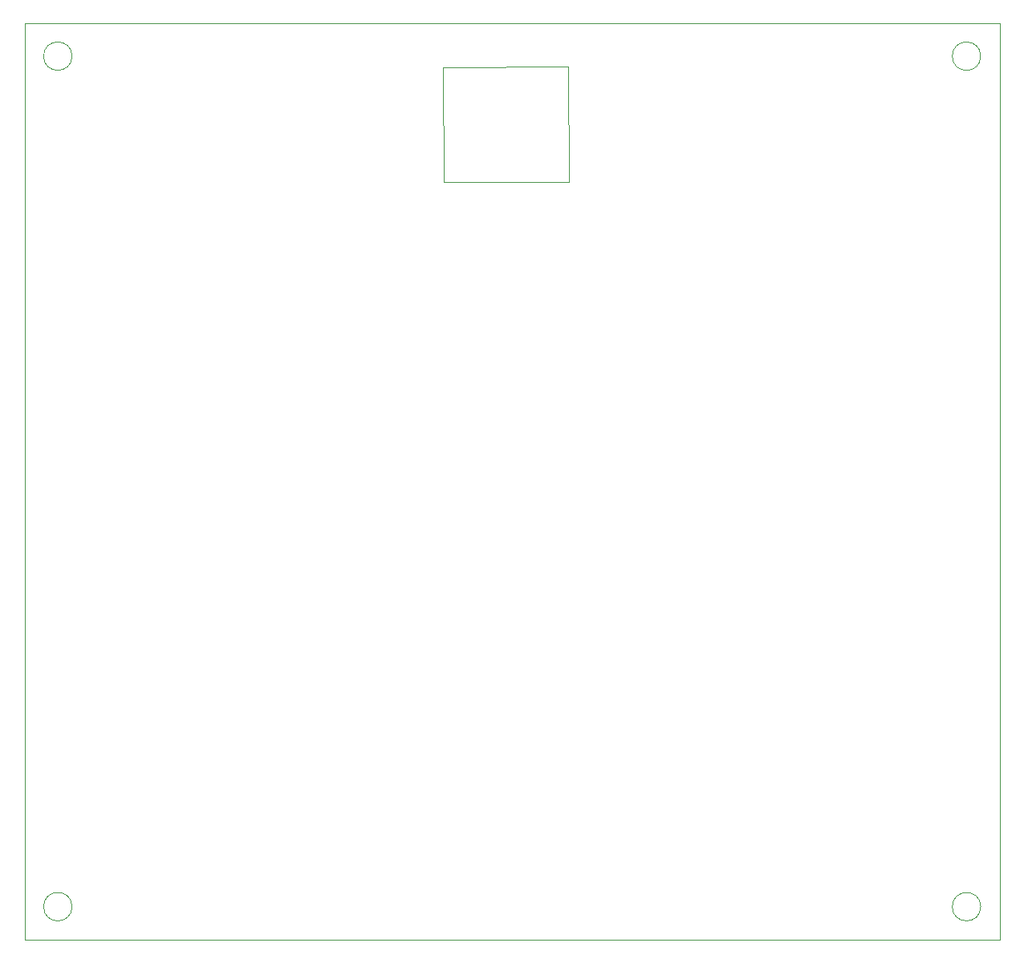
<source format=gbr>
%TF.GenerationSoftware,KiCad,Pcbnew,(5.1.9-0-10_14)*%
%TF.CreationDate,2021-05-17T23:47:06-07:00*%
%TF.ProjectId,tp_radio_board,74705f72-6164-4696-9f5f-626f6172642e,rev?*%
%TF.SameCoordinates,Original*%
%TF.FileFunction,Profile,NP*%
%FSLAX46Y46*%
G04 Gerber Fmt 4.6, Leading zero omitted, Abs format (unit mm)*
G04 Created by KiCad (PCBNEW (5.1.9-0-10_14)) date 2021-05-17 23:47:06*
%MOMM*%
%LPD*%
G01*
G04 APERTURE LIST*
%TA.AperFunction,Profile*%
%ADD10C,0.050000*%
%TD*%
G04 APERTURE END LIST*
D10*
X27220000Y-97290000D02*
G75*
G03*
X27220000Y-97290000I-1500000J0D01*
G01*
X27220000Y-187100000D02*
G75*
G03*
X27220000Y-187100000I-1500000J0D01*
G01*
X123090000Y-97290000D02*
G75*
G03*
X123090000Y-97290000I-1500000J0D01*
G01*
X123090000Y-187100000D02*
G75*
G03*
X123090000Y-187100000I-1500000J0D01*
G01*
X22220000Y-190600000D02*
X125090000Y-190600000D01*
X22220000Y-93790000D02*
X125090000Y-93790000D01*
X125090000Y-93790000D02*
X125090000Y-190600000D01*
X22220000Y-93790000D02*
X22220000Y-190600000D01*
X79580000Y-98400000D02*
X66370000Y-98500000D01*
X79610000Y-110580000D02*
X79580000Y-98400000D01*
X66400000Y-110620000D02*
X79610000Y-110580000D01*
X66370000Y-98500000D02*
X66400000Y-110620000D01*
M02*

</source>
